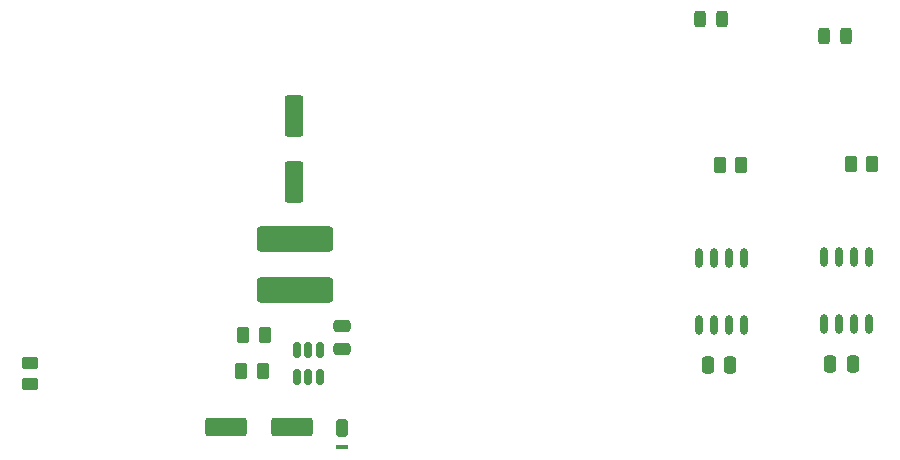
<source format=gbr>
%TF.GenerationSoftware,KiCad,Pcbnew,9.0.4*%
%TF.CreationDate,2026-02-21T19:48:22-06:00*%
%TF.ProjectId,beaglebone_can_cape,62656167-6c65-4626-9f6e-655f63616e5f,rev?*%
%TF.SameCoordinates,PX5f5e100PY5f5e100*%
%TF.FileFunction,Paste,Top*%
%TF.FilePolarity,Positive*%
%FSLAX46Y46*%
G04 Gerber Fmt 4.6, Leading zero omitted, Abs format (unit mm)*
G04 Created by KiCad (PCBNEW 9.0.4) date 2026-02-21 19:48:22*
%MOMM*%
%LPD*%
G01*
G04 APERTURE LIST*
G04 Aperture macros list*
%AMRoundRect*
0 Rectangle with rounded corners*
0 $1 Rounding radius*
0 $2 $3 $4 $5 $6 $7 $8 $9 X,Y pos of 4 corners*
0 Add a 4 corners polygon primitive as box body*
4,1,4,$2,$3,$4,$5,$6,$7,$8,$9,$2,$3,0*
0 Add four circle primitives for the rounded corners*
1,1,$1+$1,$2,$3*
1,1,$1+$1,$4,$5*
1,1,$1+$1,$6,$7*
1,1,$1+$1,$8,$9*
0 Add four rect primitives between the rounded corners*
20,1,$1+$1,$2,$3,$4,$5,0*
20,1,$1+$1,$4,$5,$6,$7,0*
20,1,$1+$1,$6,$7,$8,$9,0*
20,1,$1+$1,$8,$9,$2,$3,0*%
G04 Aperture macros list end*
%ADD10RoundRect,0.250000X0.262500X0.450000X-0.262500X0.450000X-0.262500X-0.450000X0.262500X-0.450000X0*%
%ADD11RoundRect,0.150000X-0.350000X-0.600000X0.350000X-0.600000X0.350000X0.600000X-0.350000X0.600000X0*%
%ADD12RoundRect,0.060000X-0.440000X-0.140000X0.440000X-0.140000X0.440000X0.140000X-0.440000X0.140000X0*%
%ADD13RoundRect,0.150000X-0.150000X0.512500X-0.150000X-0.512500X0.150000X-0.512500X0.150000X0.512500X0*%
%ADD14O,0.650001X1.649999*%
%ADD15RoundRect,0.243750X-0.243750X-0.456250X0.243750X-0.456250X0.243750X0.456250X-0.243750X0.456250X0*%
%ADD16RoundRect,0.250000X0.250000X0.475000X-0.250000X0.475000X-0.250000X-0.475000X0.250000X-0.475000X0*%
%ADD17RoundRect,0.250000X0.475000X-0.250000X0.475000X0.250000X-0.475000X0.250000X-0.475000X-0.250000X0*%
%ADD18RoundRect,0.250000X0.550000X-1.500000X0.550000X1.500000X-0.550000X1.500000X-0.550000X-1.500000X0*%
%ADD19RoundRect,0.250000X-0.262500X-0.450000X0.262500X-0.450000X0.262500X0.450000X-0.262500X0.450000X0*%
%ADD20RoundRect,0.250000X-0.450000X0.262500X-0.450000X-0.262500X0.450000X-0.262500X0.450000X0.262500X0*%
%ADD21RoundRect,0.250000X1.500000X0.550000X-1.500000X0.550000X-1.500000X-0.550000X1.500000X-0.550000X0*%
%ADD22RoundRect,0.322500X2.927500X0.752500X-2.927500X0.752500X-2.927500X-0.752500X2.927500X-0.752500X0*%
G04 APERTURE END LIST*
D10*
%TO.C,R4*%
X31252500Y14730000D03*
X29427500Y14730000D03*
%TD*%
D11*
%TO.C,D1*%
X37980000Y9912500D03*
D12*
X38000000Y8292500D03*
%TD*%
D13*
%TO.C,U3*%
X36080000Y16467500D03*
X35130000Y16467500D03*
X34180000Y16467500D03*
X34180000Y14192500D03*
X35130000Y14192500D03*
X36080000Y14192500D03*
%TD*%
D14*
%TO.C,U1*%
X68210000Y18600001D03*
X69480000Y18600001D03*
X70750000Y18600001D03*
X72020000Y18600001D03*
X72020000Y24250000D03*
X70750000Y24250000D03*
X69480000Y24250000D03*
X68210000Y24250000D03*
%TD*%
D15*
%TO.C,D2*%
X68245000Y44510000D03*
X70120000Y44510000D03*
%TD*%
D16*
%TO.C,C1*%
X70815000Y15175002D03*
X68915000Y15175002D03*
%TD*%
D17*
%TO.C,Cboot1*%
X37970000Y16570000D03*
X37970000Y18470000D03*
%TD*%
D18*
%TO.C,Cout1*%
X33900000Y30700000D03*
X33900000Y36300000D03*
%TD*%
D15*
%TO.C,D3*%
X78765000Y43070000D03*
X80640000Y43070000D03*
%TD*%
D19*
%TO.C,R1*%
X69952500Y32175002D03*
X71777500Y32175002D03*
%TD*%
D20*
%TO.C,R6*%
X11525002Y15402500D03*
X11525002Y13577500D03*
%TD*%
D21*
%TO.C,Cin1*%
X33760000Y9950000D03*
X28160000Y9950000D03*
%TD*%
D14*
%TO.C,U2*%
X78805000Y18674999D03*
X80075000Y18674999D03*
X81345000Y18674999D03*
X82615000Y18674999D03*
X82615000Y24324998D03*
X81345000Y24324998D03*
X80075000Y24324998D03*
X78805000Y24324998D03*
%TD*%
D22*
%TO.C,L1*%
X34000000Y21525000D03*
X34000000Y25875000D03*
%TD*%
D16*
%TO.C,C2*%
X81210000Y15250000D03*
X79310000Y15250000D03*
%TD*%
D19*
%TO.C,R2*%
X81047500Y32250000D03*
X82872500Y32250000D03*
%TD*%
%TO.C,R3*%
X29607500Y17720000D03*
X31432500Y17720000D03*
%TD*%
M02*

</source>
